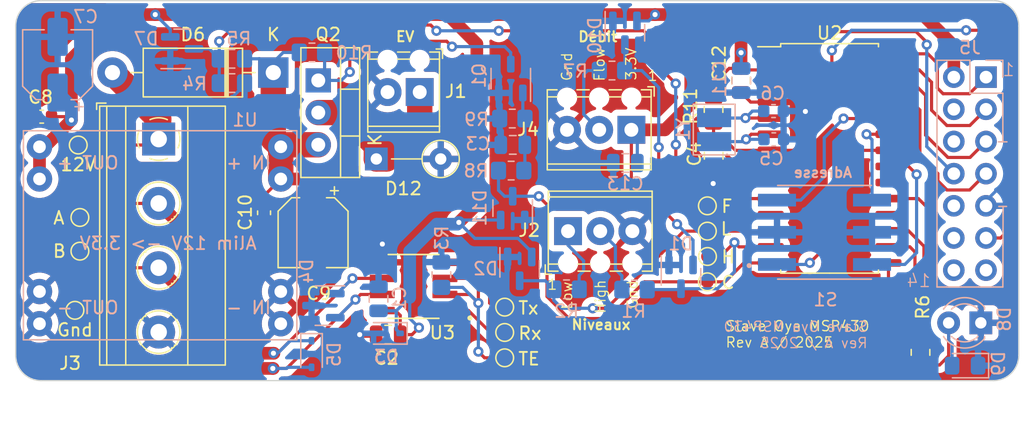
<source format=kicad_pcb>
(kicad_pcb (version 20221018) (generator pcbnew)
  (title_block (title "Esclave OYA MSP430") (date "2025-03-01") (rev "A") (company "BPC") (comment 1 "Technologie avec MSP430 / Petite carte") (comment 2 "Monitoring de tension d'alimentation") (comment 3 "1 sortie 12V/5A - 2 entrées TOR (niveaux) - 1 débimètre - 1 LED - RS485"))
  (layers (0 "F.Cu" signal) (31 "B.Cu" signal) (34 "B.Paste" user) (35 "F.Paste" user) (36 "B.SilkS" user "B.Silkscreen") (37 "F.SilkS" user "F.Silkscreen") (38 "B.Mask" user) (39 "F.Mask" user) (44 "Edge.Cuts" user))
  (net 0 "")
  (net 1 "GND")
  (net 2 "LVL_HIGH")
  (net 3 "LVL_LOW")
  (net 4 "BUS_A")
  (net 5 "BUS_B")
  (net 6 "POWER_12V")
  (net 7 "Net-(D6-A)")
  (net 8 "POW_MES")
  (net 9 "Net-(D8-A)")
  (net 10 "FLOW")
  (net 11 "Net-(J2-Pin_1)")
  (net 12 "Net-(J2-Pin_2)")
  (net 13 "Net-(J4-Pin_2)")
  (net 14 "RX")
  (net 15 "TX_EN")
  (net 16 "LED")
  (net 17 "A1")
  (net 18 "A2")
  (net 19 "A3")
  (net 20 "A4")
  (net 21 "TX")
  (net 23 "Net-(U2-XIN)")
  (net 24 "Net-(U2-XOUT)")
  (net 27 "+3.3V")
  (net 28 "Net-(Q1-B)")
  (net 29 "CMD_EV1")
  (net 30 "Net-(D12-K)")
  (net 31 "Net-(Q1-C)")
  (net 32 "TDI")
  (net 33 "TMS")
  (net 34 "TCK")
  (net 35 "TEST")
  (net 38 "Net-(J5-RST)")
  (net 39 "TDO")
  (footprint "TestPoint:TestPoint_Pad_D1.0mm" (layer "F.Cu") (at 168 105)
    (fp_text reference "TP2" hide)
    (fp_text value "L")
  )
  (footprint "Capacitor_SMD:C_0603_1608Metric" (layer "F.Cu") (at 133 103.55 -90)
    (fp_text reference "C10")
    (fp_text value "1nF")
  )
  (footprint "Capacitor_SMD:C_0805_2012Metric" (layer "F.Cu") (at 168.5 99.05 -90)
    (fp_text reference "C4")
    (fp_text value "1nF")
  )
  (footprint "TerminalBlock_Phoenix:TerminalBlock_Phoenix_MPT-0,5-3-2.54_1x03_P2.54mm_Horizontal" (layer "F.Cu") (at 157 105)
    (fp_text reference "J2")
    (fp_text value "Niveaux")
  )
  (footprint "bpc:BPC_MAX485E_SOIC127P600X175-8N" (layer "F.Cu") (at 144.805 109.365 180)
    (fp_text reference "U3")
    (fp_text value "MAX485E")
  )
  (footprint "Capacitor_SMD:C_0805_2012Metric" (layer "F.Cu") (at 142.8 113.17)
    (fp_text reference "C2")
    (fp_text value "100nF")
  )
  (footprint "TestPoint:TestPoint_Pad_D1.0mm" (layer "F.Cu") (at 152 113)
    (fp_text reference "TP3" hide)
    (fp_text value "Rx")
  )
  (footprint "Capacitor_SMD:CP_Elec_5x5.9" (layer "F.Cu") (at 136.87 105.12 -90)
    (fp_text reference "C9")
    (fp_text value "10µF")
  )
  (footprint "TerminalBlock_Phoenix:TerminalBlock_Phoenix_MPT-0,5-3-2.54_1x03_P2.54mm_Horizontal" (layer "F.Cu") (at 162 97 180)
    (fp_text reference "J4")
    (fp_text value "Débit")
  )
  (footprint "Capacitor_SMD:C_0805_2012Metric" (layer "F.Cu") (at 170.66 93.1 90)
    (fp_text reference "C12")
    (fp_text value "100nF")
  )
  (footprint "Package_TO_SOT_THT:TO-220-3_Vertical" (layer "F.Cu") (at 137.28 93.1 -90)
    (fp_text reference "Q2")
    (fp_text value "P03P4L-04")
  )
  (footprint "Package_SO:SOIC-28W_7.5x17.9mm_P1.27mm" (layer "F.Cu") (at 177.65 99.255)
    (fp_text reference "U2")
    (fp_text value "MSP430F1232IDW")
  )
  (footprint "Diode_THT:D_DO-15_P12.70mm_Horizontal" (layer "F.Cu") (at 133.73 92.48 180)
    (fp_text reference "D6")
    (fp_text value "SR560")
  )
  (footprint "TestPoint:TestPoint_Pad_D1.0mm" (layer "F.Cu") (at 118.07 111.25)
    (fp_text reference "TP9" hide)
    (fp_text value "Gnd")
  )
  (footprint "TestPoint:TestPoint_Pad_D1.0mm" (layer "F.Cu") (at 168 103)
    (fp_text reference "TP10" hide)
    (fp_text value "F")
  )
  (footprint "TestPoint:TestPoint_Pad_D1.0mm" (layer "F.Cu") (at 152 115)
    (fp_text reference "TP5" hide)
    (fp_text value "TE")
  )
  (footprint "TerminalBlock_Phoenix:TerminalBlock_Phoenix_MPT-0,5-2-2.54_1x02_P2.54mm_Horizontal" (layer "F.Cu") (at 145.29 94.02 180)
    (fp_text reference "J1")
    (fp_text value "EV1")
  )
  (footprint "Resistor_SMD:R_0805_2012Metric_Pad1.20x1.40mm_HandSolder" (layer "F.Cu") (at 168.49 95.39 90)
    (fp_text reference "R11")
    (fp_text value "100k")
  )
  (footprint "Resistor_SMD:R_0805_2012Metric_Pad1.20x1.40mm_HandSolder" (layer "F.Cu") (at 184.83 114.57 -90)
    (fp_text reference "R6")
    (fp_text value "220")
  )
  (footprint "TerminalBlock_Phoenix:TerminalBlock_Phoenix_MKDS-1,5-4-5.08_1x04_P5.08mm_Horizontal" (layer "F.Cu") (at 124.68 97.73 -90)
    (fp_text reference "J3")
    (fp_text value "POWER")
  )
  (footprint "Capacitor_SMD:C_0603_1608Metric" (layer "F.Cu") (at 115.445 95.96 180)
    (fp_text reference "C8")
    (fp_text value "1nF")
  )
  (footprint "TestPoint:TestPoint_Pad_D1.0mm" (layer "F.Cu") (at 118.46 106.58)
    (fp_text reference "TP6" hide)
    (fp_text value "B")
  )
  (footprint "TestPoint:TestPoint_Pad_D1.0mm" (layer "F.Cu") (at 118.33 98.2)
    (fp_text reference "TP8" hide)
    (fp_text value "12V")
  )
  (footprint "TestPoint:TestPoint_Pad_D1.0mm" (layer "F.Cu") (at 152 111)
    (fp_text reference "TP4" hide)
    (fp_text value "Tx")
  )
  (footprint "TestPoint:TestPoint_Pad_D1.0mm" (layer "F.Cu") (at 168 109)
    (fp_text reference "TP11" hide)
    (fp_text value "C")
  )
  (footprint "TestPoint:TestPoint_Pad_D1.0mm" (layer "F.Cu") (at 118.46 103.92)
    (fp_text reference "TP7" hide)
    (fp_text value "A")
  )
  (footprint "Diode_THT:D_A-405_P5.08mm_Vertical_KathodeUp" (layer "F.Cu") (at 141.865 99.3)
    (fp_text reference "D12")
    (fp_text value "1N4007G")
  )
  (footprint "TestPoint:TestPoint_Pad_D1.0mm" (layer "F.Cu") (at 168.01 107)
    (fp_text reference "TP1" hide)
    (fp_text value "H")
  )
  (footprint "bpc:BPC_SOT-23-3" (layer "B.Cu") (at 152.48 92.9525 90)
    (fp_text reference "Q1")
    (fp_text value "BPC_FMMT38C")
  )
  (footprint "Capacitor_SMD:CP_Elec_5x5.9" (layer "B.Cu") (at 116.7 91.86 90)
    (fp_text reference "C7")
    (fp_text value "10µF")
  )
  (footprint "Resistor_SMD:R_0805_2012Metric_Pad1.20x1.40mm_HandSolder" (layer "B.Cu") (at 130.46 91.39)
    (fp_text reference "R5")
    (fp_text value "100k")
  )
  (footprint "Capacitor_SMD:C_0805_2012Metric" (layer "B.Cu") (at 142.04 110.34 90)
    (fp_text reference "C1")
    (fp_text value "10µF")
  )
  (footprint "Package_TO_SOT_SMD:SOT-23" (layer "B.Cu") (at 153.18 107.9775 -90)
    (fp_text reference "D2")
    (fp_text value "BAV99")
  )
  (footprint "Resistor_SMD:R_0805_2012Metric_Pad1.20x1.40mm_HandSolder" (layer "B.Cu") (at 152.6 96.11 180)
    (fp_text reference "R9")
    (fp_text value "100k")
  )
  (footprint "bpc:BPC_PROG_MSP" (layer "B.Cu") (at 190 92.84 180)
    (fp_text reference "J5")
    (fp_text value "Prog MSP")
  )
  (footprint "Package_TO_SOT_SMD:SOT-23" (layer "B.Cu") (at 161.49 89.3375 -90)
    (fp_text reference "D10")
    (fp_text value "BAV99")
  )
  (footprint "Package_TO_SOT_SMD:SOT-23" (layer "B.Cu") (at 126.5325 90.61)
    (fp_text reference "D7")
    (fp_text value "BAV99")
  )
  (footprint "Package_TO_SOT_SMD:SOT-23" (layer "B.Cu") (at 152.63 103.1825 90)
    (fp_text reference "D11")
    (fp_text value "BAV99")
  )
  (footprint "Resistor_SMD:R_0805_2012Metric_Pad1.20x1.40mm_HandSolder" (layer "B.Cu") (at 136.78 90.89)
    (fp_text reference "R10")
    (fp_text value "100k")
  )
  (footprint "Diode_SMD:D_SOD-323" (layer "B.Cu") (at 136.75 114.7 -90)
    (fp_text reference "D5")
    (fp_text value "SD12_SOD323")
  )
  (footprint "Capacitor_SMD:C_0805_2012Metric" (layer "B.Cu") (at 161.52 99.62 180)
    (fp_text reference "C13")
    (fp_text value "100nF")
  )
  (footprint "Resistor_SMD:R_0805_2012Metric_Pad1.20x1.40mm_HandSolder" (layer "B.Cu") (at 156.88 109.59 180)
    (fp_text reference "R2")
    (fp_text value "100")
  )
  (footprint "LED_THT:LED_D3.0mm_FlatTop" (layer "B.Cu") (at 189.59 112.24 180)
    (fp_text reference "D8")
    (fp_text value "LED")
  )
  (footprint "Diode_SMD:D_SOD-323" (layer "B.Cu") (at 142.69 113.07 180)
    (fp_text reference "D3")
    (fp_text value "SD12_SOD323")
  )
  (footprint "bpc:BPC_RDS-16S-74385-SMT" (layer "B.Cu") (at 177.25 105.09)
    (fp_text reference "S1")
    (fp_text value "RDS-16S-74385-SMT" hide)
  )
  (footprint "Resistor_SMD:R_0805_2012Metric_Pad1.20x1.40mm_HandSolder" (layer "B.Cu") (at 147 108.44 90)
    (fp_text reference "R3")
    (fp_text value "100k")
  )
  (footprint "LED_SMD:LED_0805_2012Metric_Pad1.15x1.40mm_HandSolder" (layer "B.Cu") (at 188.3475 115.62 180)
    (fp_text reference "D9")
    (fp_text value "LED")
  )
  (footprint "Package_TO_SOT_SMD:SOT-23" (layer "B.Cu") (at 165.92 108.6075 -90)
    (fp_text reference "D1")
    (fp_text value "BAV99")
  )
  (footprint "Package_TO_SOT_SMD:SOT-23" (layer "B.Cu") (at 137.6875 110.88 180)
    (fp_text reference "D4")
    (fp_text value "SM712_SOT23")
  )
  (footprint "Capacitor_SMD:C_0805_2012Metric" (layer "B.Cu") (at 152.64 98.19 180)
    (fp_text reference "C3")
    (fp_text value "100nF")
  )
  (footprint "Resistor_SMD:R_0805_2012Metric_Pad1.20x1.40mm_HandSolder" (layer "B.Cu") (at 162.25 109.61)
    (fp_text reference "R1")
    (fp_text value "100")
  )
  (footprint "Capacitor_SMD:C_0603_1608Metric" (layer "B.Cu") (at 173.225 95.52 180)
    (fp_text reference "C6")
    (fp_text value "15pF")
  )
  (footprint "Resistor_SMD:R_0805_2012Metric_Pad1.20x1.40mm_HandSolder" (layer "B.Cu") (at 152.51 100.22)
    (fp_text reference "R8")
    (fp_text value "220")
  )
  (footprint "bpc:BPC_Alim3_3V" (layer "B.Cu") (at 134.32 98.34 180)
    (fp_text reference "U1")
    (fp_text value "BPC_Alim3_3V" hide)
  )
  (footprint "bpc:BPC_Quartz_8MHz" (layer "B.Cu") (at 168.54 96.98 -90)
    (fp_text reference "Y1")
    (fp_text value "8MHz")
  )
  (footprint "Resistor_SMD:R_0805_2012Metric_Pad1.20x1.40mm_HandSolder" (layer "B.Cu") (at 130.46 93.31 180)
    (fp_text reference "R4")
    (fp_text value "40k")
  )
  (footprint "Capacitor_SMD:C_0805_2012Metric" (layer "B.Cu") (at 170.68 93.11 90)
    (fp_text reference "C11")
    (fp_text value "1nF")
  )
  (footprint "Resistor_SMD:R_0805_2012Metric_Pad1.20x1.40mm_HandSolder" (layer "B.Cu") (at 160.47 92.32)
    (fp_text reference "R7")
    (fp_text value "100")
  )
  (footprint "Capacitor_SMD:C_0603_1608Metric" (layer "B.Cu") (at 173.245 97.75 180)
    (fp_text reference "C5")
    (fp_text value "15pF")
  )
  (gr_line locked (start 192.585786 114.8) (end 192.585786 88.8) (stroke (width 0.1)) (layer "Edge.Cuts"))
  (gr_arc locked (start 192.585786 114.8) (mid 192 116.214214) (end 190.585786 116.8) (stroke (width 0.1)) (layer "Edge.Cuts"))
  (gr_arc locked (start 115.39 116.8) (mid 113.975786 116.214214) (end 113.39 114.8) (stroke (width 0.1)) (layer "Edge.Cuts"))
  (gr_arc locked (start 113.39 88.8) (mid 113.975786 87.385786) (end 115.39 86.8) (stroke (width 0.1)) (layer "Edge.Cuts"))
  (gr_line locked (start 190.585786 86.8) (end 115.39 86.8) (stroke (width 0.1)) (layer "Edge.Cuts"))
  (gr_line locked (start 115.39 116.8) (end 190.585786 116.8) (stroke (width 0.1)) (layer "Edge.Cuts"))
  (gr_line locked (start 113.39 88.8) (end 113.39 114.8) (stroke (width 0.1)) (layer "Edge.Cuts"))
  (gr_arc locked (start 190.585786 86.8) (mid 192 87.385786) (end 192.585786 88.8) (stroke (width 0.1)) (layer "Edge.Cuts"))
  (gr_text "Slave Oya MSP430\nRev A / 2025" (at 180.71 114.3) (layer "B.SilkS") (effects (font (size 0.8 0.8) (thickness 0.1)) (justify left bottom mirror)))
  (gr_text "Adresse" (at 179.51 100.84) (layer "B.SilkS") (effects (font (size 0.8 0.8) (thickness 0.16) bold) (justify left bottom mirror)))
  (gr_text "Gnd" (at 162.56 111.19 90) (layer "F.SilkS") (effects (font (size 0.8 0.8) (thickness 0.1)) (justify left bottom)))
  (gr_text "1" (at 163.23 93.2) (layer "F.SilkS") (effects (font (size 0.8 0.8) (thickness 0.1)) (justify left bottom)))
  (gr_text "Low" (at 157.39 111.26 90) (layer "F.SilkS") (effects (font (size 0.8 0.8) (thickness 0.1)) (justify left bottom)))
  (gr_text "Flow" (at 159.95 93.24 90) (layer "F.SilkS") (effects (font (size 0.8 0.8) (thickness 0.1)) (justify left bottom)))
  (gr_text "1" (at 155.31 109.69) (layer "F.SilkS") (effects (font (size 0.8 0.8) (thickness 0.1)) (justify left bottom)))
  (gr_text "EV" (at 143.33 90.11) (layer "F.SilkS") (effects (font (size 0.8 0.8) (thickness 0.16) bold) (justify left bottom)))
  (gr_text "Slave Oya MSP430\nRev A / 2025" (at 169.38 114.25) (layer "F.SilkS") (effects (font (size 0.8 0.8) (thickness 0.1)) (justify left bottom)))
  (gr_text "Gnd" (at 157.38 93.21 90) (layer "F.SilkS") (effects (font (size 0.8 0.8) (thickness 0.1)) (justify left bottom)))
  (gr_text "Débit" (at 157.72 90.12) (layer "F.SilkS") (effects (font (size 0.8 0.8) (thickness 0.16) bold) (justify left bottom)))
  (gr_text "High" (at 160.03 111.57 90) (layer "F.SilkS") (effects (font (size 0.8 0.8) (thickness 0.1)) (justify left bottom)))
  (gr_text "3.3V" (at 162.45 93.16 90) (layer "F.SilkS") (effects (font (size 0.8 0.8) (thickness 0.1)) (justify left bottom)))
  (gr_text "Niveaux" (at 157.19 112.85) (layer "F.SilkS") (effects (font (size 0.8 0.8) (thickness 0.16) bold) (justify left bottom)))
  (segment (start 173 94.81) (end 171.42 94.81) (width 0.25) (layer "F.Cu") (net 1))
  (segment (start 175 94.81) (end 175.74 95.55) (width 0.25) (layer "F.Cu") (net 1))
  (segment (start 168.5 101.2) (end 168.46 101.24) (width 0.25) (layer "F.Cu") (net 1))
  (segment (start 168.5 100) (end 168.5 101.2) (width 0.25) (layer "F.Cu") (net 1))
  (segment (start 142.33 107.46) (end 142.33 106.03) (width 0.25) (layer "F.Cu") (net 1))
  (segment (start 142.33 106.03) (end 142.34 106.02) (width 0.25) (layer "F.Cu") (net 1))
  (segment (start 171.42 94.81) (end 170.66 94.05) (width 0.25) (layer "F.Cu") (net 1))
  (segment (start 141.85 113.17) (end 140.55 113.17) (width 0.25) (layer "F.Cu") (net 1))
  (segment (start 173 94.81) (end 175 94.81) (width 0.25) (layer "F.Cu") (net 1))
  (via (at 175.74 95.55) (size 0.8) (drill 0.4) (layers "F.Cu" "B.Cu") (net 1))
  (via (at 168.46 101.24) (size 0.8) (drill 0.4) (layers "F.Cu" "B.Cu") (net 1))
  (via (at 140.55 113.17) (size 0.8) (drill 0.4) (layers "F.Cu" "B.Cu") (net 1))
  (via (at 142.34 106.02) (size 0.8) (drill 0.4) (layers "F.Cu" "B.Cu") (net 1))
  (segment (start 131.46 93.31) (end 131.46 93.46) (width 0.25) (layer "B.Cu") (net 1))
  (segment (start 190 102.61) (end 190.77 101.84) (width 0.25) (layer "B.Cu") (net 1))
  (segment (start 190 103) (end 190 102.61) (width 0.25) (layer "B.Cu") (net 1))
  (segment (start 131.46 93.46) (end 130.52 94.4) (width 0.25) (layer "B.Cu") (net 1))
  (segment (start 169.03 107) (end 168.01 107) (width 0.25) (layer "F.Cu") (net 2))
  (segment (start 170.49 106.24) (end 170.14 105.89) (width 0.25) (layer "F.Cu") (net 2))
  (segment (start 173 106.24) (end 170.49 106.24) (width 0.25) (layer "F.Cu") (net 2))
  (segment (start 170.14 105.89) (end 169.03 107) (width 0.25) (layer "F.Cu") (net 2))
  (via (at 170.14 105.89) (size 0.8) (drill 0.4) (layers "F.Cu" "B.Cu") (net 2))
  (segment (start 163.25 109.61) (end 165.855 109.61) (width 0.25) (layer "B.Cu") (net 2))
  (segment (start 165.92 109.545) (end 168.795 109.545) (width 0.25) (layer "B.Cu") (net 2))
  (segment (start 170.14 108.2) (end 170.14 105.89) (width 0.25) (layer "B.Cu") (net 2))
  (segment (start 165.855 109.61) (end 165.92 109.545) (width 0.25) (layer "B.Cu") (net 2))
  (segment (start 168.795 109.545) (end 170.14 108.2) (width 0.25) (layer "B.Cu") (net 2))
  (segment (start 168 105) (end 166.14 105) (width 0.25) (layer "F.Cu") (net 3))
  (segment (start 172.97 105) (end 168 105) (width 0.25) (layer "F.Cu") (net 3))
  (segment (start 166.14 105) (end 160.05 111.09) (width 0.25) (layer "F.Cu") (net 3))
  (segment (start 173 104.97) (end 172.97 105) (width 0.25) (layer "F.Cu") (net 3))
  (segment (start 160.05 111.09) (end 158.95 111.09) (width 0.25) (layer "F.Cu") (net 3))
  (via (at 158.95 111.09) (size 0.8) (drill 0.4) (layers "F.Cu" "B.Cu") (net 3))
  (segment (start 155.88 109.59) (end 155.88 110.46) (width 0.25) (layer "B.Cu") (net 3))
  (segment (start 153.18 108.915) (end 155.205 108.915) (width 0.25) (layer "B.Cu") (net 3))
  (segment (start 155.205 108.915) (end 155.88 109.59) (width 0.25) (layer "B.Cu") (net 3))
  (segment (start 155.88 110.46) (end 156.51 111.09) (width 0.25) (layer "B.Cu") (net 3))
  (segment (start 156.51 111.09) (end 158.95 111.09) (width 0.25) (layer "B.Cu") (net 3))
  (segment (start 124.68 102.81) (end 129.42 107.55) (width 1) (layer "F.Cu") (net 4))
  (segment (start 129.42 107.55) (end 129.42 113.93) (width 1) (layer "F.Cu") (net 4))
  (segment (start 133.74 114.64) (end 133.78 114.64) (width 1) (layer "F.Cu") (net 4))
  (segment (start 129.42 113.93) (end 130.13 114.64) (width 1) (layer "F.Cu") (net 4))
  (segment (start 142.33 108.73) (end 139.98 108.73) (width 0.25) (layer "F.Cu") (net 4))
  (segment (start 139.98 108.73) (end 134.07 114.64) (width 0.25) (layer "F.Cu") (net 4))
  (segment (start 124.68 102.81) (end 119.57 102.81) (width 0.25) (layer "F.Cu") (net 4))
  (segment (start 134.07 114.64) (end 133.78 114.64) (width 0.25) (layer "F.Cu") (net 4))
  (segment (start 119.57 102.81) (end 118.46 103.92) (width 0.25) (layer "F.Cu") (net 4))
  (segment (start 130.13 114.64) (end 133.74 114.64) (width 1) (layer "F.Cu") (net 4))
  (via (at 139.98 108.73) (size 0.8) (drill 0.4) (layers "F.Cu" "B.Cu") (net 4))
  (via (at 133.74 114.64) (size 0.8) (drill 0.4) (layers "F.Cu" "B.Cu") (net 4))
  (segment (start 135.07 113.65) (end 136.75 113.65) (width 0.25) (layer "B.Cu") (net 4))
  (segment (start 134.08 114.64) (end 135.07 113.65) (width 0.25) (layer "B.Cu") (net 4))
  (segment (start 138.78 109.93) (end 139.98 108.73) (width 0.25) (layer "B.Cu") (net 4))
  (segment (start 138.625 109.93) (end 138.78 109.93) (width 0.25) (layer "B.Cu") (net 4))
  (segment (start 133.74 114.64) (end 134.08 114.64) (width 0.25) (layer "B.Cu") (net 4))
  (segment (start 124.68 107.89) (end 119.77 107.89) (width 0.25) (layer "F.Cu") (net 5))
  (segment (start 119.77 107.89) (end 118.46 106.58) (width 0.25) (layer "F.Cu") (net 5))
  (segment (start 134.78 115.84) (end 133.73 115.84) (width 0.25) (layer "F.Cu") (net 5))
  (segment (start 129.12 115.84) (end 133.69 115.84) (width 1) (layer "F.Cu") (net 5))
  (segment (start 133.69 115.84) (end 133.73 115.84) (width 1) (layer "F.Cu") (net 5))
  (segment (start 124.68 107.89) (end 127.71 110.92) (width 1) (layer "F.Cu") (net 5))
  (segment (start 140.215 110.405) (end 134.78 115.84) (width 0.25) (layer "F.Cu") (net 5))
  (segment (start 142.33 110) (end 140.62 110) (width 0.25) (layer "F.Cu") (net 5))
  (segment (start 127.71 110.92) (end 127.71 114.43) (width 1) (layer "F.Cu") (net 5))
  (segment (start 127.71 114.43) (end 129.12 115.84) (width 1) (layer "F.Cu") (net 5))
  (segment (start 140.62 110) (end 140.215 110.405) (width 0.25) (layer "F.Cu") (net 5))
  (via (at 133.69 115.84) (size 0.8) (drill 0.4) (layers "F.Cu" "B.Cu") (net 5))
  (via (at 140.215 110.405) (size 0.8) (drill 0.4) (layers "F.Cu" "B.Cu") (net 5))
  (segment (start 134.86 115.75) (end 136.75 115.75) (width 0.25) (layer "B.Cu") (net 5))
  (segment (start 133.69 115.84) (end 134.77 115.84) (width 0.25) (layer "B.Cu") (net 5))
  (segment (start 138.625 111.83) (end 138.79 111.83) (width 0.25) (layer "B.Cu") (net 5))
  (segment (start 134.77 115.84) (end 134.86 115.75) (width 0.25) (layer "B.Cu") (net 5))
  (segment (start 138.79 111.83) (end 140.215 110.405) (width 0.25) (layer "B.Cu") (net 5))
  (segment (start 133.73 92.48) (end 133.73 97.75) (width 2) (layer "F.Cu") (net 6))
  (segment (start 133 102.2) (end 134.32 100.88) (width 0.25) (layer "F.Cu") (net 6))
  (segment (start 133.73 97.75) (end 134.32 98.34) (width 2) (layer "F.Cu") (net 6))
  (segment (start 134.32 98.34) (end 134.32 100.88) (width 2) (layer "F.Cu") (net 6))
  (segment (start 134.48 98.18) (end 134.32 98.34) (width 2) (layer "F.Cu") (net 6))
  (segment (start 135.89 100.87) (end 135.88 100.88) (width 1) (layer "F.Cu") (net 6))
  (segment (start 133 102.775) (end 133 102.2) (width 0.25) (layer "F.Cu") (net 6))
  (segment (start 136.87 101.85) (end 135.89 100.87) (width 1) (layer "F.Cu") (net 6))
  (segment (start 136.87 102.92) (end 136.87 101.85) (width 1) (layer "F.Cu") (net 6))
  (segment (start 135.88 100.88) (end 134.32 100.88) (width 1) (layer "F.Cu") (net 6))
  (segment (start 137.28 98.18) (end 134.48 98.18) (width 2) (layer "F.Cu") (net 6))
  (segment (start 132.64 91.39) (end 133.73 92.48) (width 0.25) (layer "B.Cu") (net 6))
  (segment (start 133.73 91.67) (end 133.73 92.48) (width 0.25) (layer "B.Cu") (net 6))
  (segment (start 135.78 90.89) (end 134.51 90.89) (width 0.25) (layer "B.Cu") (net 6))
  (segment (start 131.46 91.39) (end 132.64 91.39) (width 0.25) (layer "B.Cu") (net 6))
  (segment (start 134.51 90.89) (end 133.73 91.67) (width 0.25) (layer "B.Cu") (net 6))
  (segment (start 118.33 98.2) (end 124.21 98.2) (width 0.25) (layer "F.Cu") (net 7))
  (segment (start 124.68 96.13) (end 121.03 92.48) (width 2) (layer "F.Cu") (net 7))
  (segment (start 124.68 97.73) (end 124.68 96.13) (width 2) (layer "F.Cu") (net 7))
  (segment (start 124.21 98.2) (end 124.68 97.73) (width 0.25) (layer "F.Cu") (net 7))
  (segment (start 167.965 101.965) (end 168.760305 101.965) (width 0.25) (layer "F.Cu") (net 8))
  (segment (start 130.745 88.725) (end 144.39 88.725) (width 0.25) (layer "F.Cu") (net 8))
  (segment (start 162.99 89.2) (end 162.99 89.18) (width 0.25) (layer "F.Cu") (net 8))
  (segment (start 151.53 89.18) (end 162.99 89.18) (width 0.25) (layer "F.Cu") (net 8))
  (segment (start 165.5 93.35) (end 163.74 91.59) (width 0.25) (layer "F.Cu") (net 8))
  (segment (start 165.51 98.17) (end 165.51 99.51) (width 0.25) (layer "F.Cu") (net 8))
  (segment (start 165.51 99.51) (end 167.965 101.965) (width 0.25) (layer "F.Cu") (net 8))
  (segment (start 163.74 91.59) (end 163.74 89.95) (width 0.25) (layer "F.Cu") (net 8))
  (segment (start 169.565305 101.16) (end 173 101.16) (width 0.25) (layer "F.Cu") (net 8))
  (segment (start 129.46 90.01) (end 130.745 88.725) (width 0.25) (layer "F.Cu") (net 8))
  (segment (start 163.74 89.95) (end 162.99 89.2) (width 0.25) (layer "F.Cu") (net 8))
  (segment (start 146.155 88.725) (end 146.61 89.18) (width 0.25) (layer "F.Cu") (net 8))
  (segment (start 168.760305 101.965) (end 169.565305 101.16) (width 0.25) (layer "F.Cu") (net 8))
  (segment (start 144.39 88.725) (end 146.155 88.725) (width 0.25) (layer "F.Cu") (net 8))
  (via (at 151.53 89.18) (size 0.8) (drill 0.4) (layers "F.Cu" "B.Cu") (net 8))
  (via (at 129.46 90.01) (size 0.8) (drill 0.4) (layers "F.Cu" "B.Cu") (net 8))
  (via (at 165.51 98.17) (size 0.8) (drill 0.4) (layers "F.Cu" "B.Cu") (net 8))
  (via (at 165.5 93.35) (size 0.8) (drill 0.4) (layers "F.Cu" "B.Cu") (net 8))
  (via (at 146.61 89.18) (size 0.8) (drill 0.4) (layers "F.Cu" "B.Cu") (net 8))
  (segment (start 165.5 93.35) (end 165.5 98.16) (width 0.25) (layer "B.Cu") (net 8))
  (segment (start 129.46 91.39) (end 129.46 90.01) (width 0.25) (layer "B.Cu") (net 8))
  (segment (start 146.61 89.18) (end 151.53 89.18) (width 0.25) (layer "B.Cu") (net 8))
  (segment (start 127.47 90.61) (end 128.68 90.61) (width 0.25) (layer "B.Cu") (net 8))
  (segment (start 128.68 90.61) (end 129.46 91.39) (width 0.25) (layer "B.Cu") (net 8))
  (segment (start 165.5 98.16) (end 165.51 98.17) (width 0.25) (layer "B.Cu") (net 8))
  (segment (start 129.46 91.39) (end 129.46 93.31) (width 0.25) (layer "B.Cu") (net 8))
  (segment (start 186.33 115.57) (end 187.05 114.85) (width 0.25) (layer "F.Cu") (net 9))
  (segment (start 187.05 114.85) (end 187.05 112.24) (width 0.25) (layer "F.Cu") (net 9))
  (segment (start 184.83 115.57) (end 186.33 115.57) (width 0.25) (layer "F.Cu") (net 9))
  (segment (start 187.3225 113.9125) (end 187.05 113.64) (width 0.25) (layer "B.Cu") (net 9))
  (segment (start 187.05 113.64) (end 187.05 112.24) (width 0.25) (layer "B.Cu") (net 9))
  (segment (start 187.3225 115.62) (end 187.3225 113.9125) (width 0.25) (layer "B.Cu") (net 9))
  (segment (start 164.16 99.94) (end 167.22 103) (width 0.25) (layer "F.Cu") (net 10))
  (segment (start 170.5 102.43) (end 169.93 103) (width 0.25) (layer "F.Cu") (net 10))
  (segment (start 167.22 103) (end 168 103) (width 0.25) (layer "F.Cu") (net 10))
  (segment (start 169.93 103) (end 168 103) (width 0.25) (layer "F.Cu") (net 10))
  (segment (start 164.16 98.38) (end 164.16 99.94) (width 0.25) (layer "F.Cu") (net 10))
  (segment (start 173 102.43) (end 170.5 102.43) (width 0.25) (layer "F.Cu") (net 10))
  (via (at 164.16 98.38) (size 0.8) (drill 0.4) (layers "F.Cu" "B.Cu") (net 10))
  (segment (start 164.16 93.66) (end 164.16 98.38) (width 0.25) (layer "B.Cu") (net 10))
  (segment (start 161.49 90.275) (end 161.49 92.3) (width 0.25) (layer "B.Cu") (net 10))
  (segment (start 161.49 92.3) (end 161.47 92.32) (width 0.25) (layer "B.Cu") (net 10))
  (segment (start 161.47 92.32) (end 162.82 92.32) (width 0.25) (layer "B.Cu") (net 10))
  (segment (start 162.82 92.32) (end 164.16 93.66) (width 0.25) (layer "B.Cu") (net 10))
  (segment (start 157.88 108.49) (end 158.23 108.14) (width 0.25) (layer "B.Cu") (net 11))
  (segment (start 157.88 109.59) (end 157.88 108.49) (width 0.25) (layer "B.Cu") (net 11))
  (segment (start 158.23 108.14) (end 158.23 107.34) (width 0.25) (layer "B.Cu") (net 11))
  (segment (start 157 106.11) (end 157 105) (width 0.25) (layer "B.Cu") (net 11))
  (segment (start 158.23 107.34) (end 157 106.11) (width 0.25) (layer "B.Cu") (net 11))
  (segment (start 161.25 109.61) (end 161.25 108.52) (width 0.25) (layer "B.Cu") (net 12))
  (segment (start 161.25 108.52) (end 160.74 108.01) (width 0.25) (layer "B.Cu") (net 12))
  (segment (start 160.74 106.2) (end 159.54 105) (width 0.25) (layer "B.Cu") (net 12))
  (segment (start 160.74 108.01) (end 160.74 106.2) (width 0.25) (layer "B.Cu") (net 12))
  (segment (start 158.24 95.78) (end 158.24 92.62) (width 0.25) (layer "B.Cu") (net 13))
  (segment (start 158.54 92.32) (end 158.24 92.62) (width 0.25) (layer "B.Cu") (net 13))
  (segment (start 159.47 92.32) (end 158.54 92.32) (width 0.25) (layer "B.Cu") (net 13))
  (segment (start 159.46 97) (end 158.24 95.78) (width 0.25) (layer "B.Cu") (net 13))
  (segment (start 184.39 106.64) (end 183.99 106.24) (width 0.25) (layer "F.Cu") (net 14))
  (segment (start 147.28 111.27) (end 149.14 111.27) (width 0.25) (layer "F.Cu") (net 14))
  (segment (start 149.14 111.27) (end 150.87 113) (width 0.25) (layer "F.Cu") (net 14))
  (segment (start 150.87 113) (end 152 113) (width 0.25) (layer "F.Cu") (net 14))
  (segment (start 179.288198 115.601802) (end 184.39 110.5) (width 0.25) (layer "F.Cu") (net 14))
  (segment (start 184.39 110.5) (end 184.39 106.64) (width 0.25) (layer "F.Cu") (net 14))
  (segment (start 157.138198 115.601802) (end 179.288198 115.601802) (width 0.25) (layer "F.Cu") (net 14))
  (segment (start 152 113) (end 154.536396 113) (width 0.25) (layer "F.Cu") (net 14))
  (segment (start 183.99 106.24) (end 182.3 106.24) (width 0.25) (layer "F.Cu") (net 14))
  (segment (start 154.536396 113) (end 157.138198 115.601802) (width 0.25) (layer "F.Cu") (net 14))
  (segment (start 156.951802 116.051802) (end 155.9 115) (width 0.25) (layer "F.Cu") (net 15))
  (segment (start 149.92 109.46) (end 149.92 110.68) (width 0.25) (layer "F.Cu") (net 15))
  (segment (start 185.1 110.74) (end 179.788198 116.051802) (width 0.25) (layer "F.Cu") (net 15))
  (segment (start 149.24 110) (end 147.28 110) (width 0.25) (layer "F.Cu") (net 15))
  (segment (start 183.88 104.97) (end 185.1 106.19) (width 0.25) (layer "F.Cu") (net 15))
  (segment (start 152 115) (end 150.41 115) (width 0.25) (layer "F.Cu") (net 15))
  (segment (start 150.41 115) (end 149.92 114.51) (width 0.25) (layer "F.Cu") (net 15))
  (segment (start 147.28 108.73) (end 149.19 108.73) (width 0.25) (layer "F.Cu") (net 15))
  (segment (start 155.9 115) (end 152 115) (width 0.25) (layer "F.Cu") (net 15))
  (segment (start 185.1 106.19) (end 185.1 110.74) (width 0.25) (layer "F.Cu") (net 15))
  (segment (start 149.19 108.73) (end 149.92 109.46) (width 0.25) (layer "F.Cu") (net 15))
  (segment (start 182.3 104.97) (end 183.88 104.97) (width 0.25) (layer "F.Cu") (net 15))
  (segment (start 179.788198 116.051802) (end 156.951802 116.051802) (width 0.25) (layer "F.Cu") (net 15))
  (segment (start 149.92 110.68) (end 149.24 110) (width 0.25) (layer "F.Cu") (net 15))
  (via (at 149.92 110.68) (size 0.8) (drill 0.4) (layers "F.Cu" "B.Cu") (net 15))
  (via (at 149.92 114.51) (size 0.8) (drill 0.4) (layers "F.Cu" "B.Cu") (net 15))
  (segment (start 147 109.44) (end 148.68 109.44) (width 0.25) (layer "B.Cu") (net 15))
  (segment (start 148.68 109.44) (end 149.92 110.68) (width 0.25) (layer "B.Cu") (net 15))
  (segment (start 149.92 114.51) (end 149.92 110.68) (width 0.25) (layer "B.Cu") (net 15))
  (segment (start 182.3 102.43) (end 184.66 102.43) (width 0.25) (layer "F.Cu") (net 16))
  (segment (start 185.75 103.52) (end 185.75 110.9) (width 0.25) (layer "F.Cu") (net 16))
  (segment (start 185.75 110.9) (end 184.8 111.85) (width 0.25) (layer "F.Cu") (net 16))
  (segment (start 184.8 113.54) (end 184.83 113.57) (width 0.25) (layer "F.Cu") (net 16))
  (segment (start 184.66 102.43) (end 185.75 103.52) (width 0.25) (layer "F.Cu") (net 16))
  (segment (start 184.8 111.85) (end 184.8 113.54) (width 0.25) (layer "F.Cu") (net 16))
  (segment (start 178.13 100.44) (end 178.13 105.46) (width 0.25) (layer "F.Cu") (net 17))
  (segment (start 179.95 98.62) (end 178.13 100.44) (width 0.25) (layer "F.Cu") (net 17))
  (segment (start 182.3 98.62) (end 179.95 98.62) (width 0.25) (layer "F.Cu") (net 17))
  (segment (start 178.13 105.46) (end 176.09 107.5) (width 0.25) (layer "F.Cu") (net 17))
  (via (at 176.09 107.5) (size 0.8) (drill 0.4) (layers "F.Cu" "B.Cu") (net 17))
  (segment (start 176.09 107.5) (end 175.96 107.63) (width 0.25) (layer "B.Cu") (net 17))
  (segment (start 175.96 107.63) (end 173.5 107.63) (width 0.25) (layer "B.Cu") (net 17))
  (segment (start 182.3 97.35) (end 180.57 97.35) (width 0.25) (layer "F.Cu") (net 18))
  (via (at 180.57 97.35) (size 0.8) (drill 0.4) (layers "F.Cu" "B.Cu") (net 18))
  (segment (start 180.57 97.35) (end 181 97.78) (width 0.25) (layer "B.Cu") (net 18))
  (segment (start 181 97.78) (end 181 102.55) (width 0.25) (layer "B.Cu") (net 18))
  (segment (start 182.27 96.11) (end 182.3 96.08) (width 0.25) (layer "F.Cu") (net 19))
  (segment (start 178.75 96.11) (end 182.27 96.11) (width 0.25) (layer "F.Cu") (net 19))
  (via (at 178.75 96.11) (size 0.8) (drill 0.4) (layers "F.Cu" "B.Cu") (net 19))
  (segment (start 177.23 100.69) (end 177.23 97.63) (width 0.25) (layer "B.Cu") (net 19))
  (segment (start 175.37 102.55) (end 177.23 100.69) (width 0.25) (layer "B.Cu") (net 19))
  (segment (start 177.23 97.63) (end 178.75 96.11) (width 0.25) (layer "B.Cu") (net 19))
  (segment (start 173.5 102.55) (end 175.37 102.55) (width 0.25) (layer "B.Cu") (net 19))
  (segment (start 182.3 99.89) (end 183.89 99.89) (width 0.25) (layer "F.Cu") (net 20))
  (segment (start 183.89 99.89) (end 184.52 100.52) (width 0.25) (layer "F.Cu") (net 20))
  (via (at 184.52 100.52) (size 0.8) (drill 0.4) (layers "F.Cu" "B.Cu") (net 20))
  (segment (start 184.52 100.52) (end 184.52 106.7) (width 0.25) (layer "B.Cu") (net 20))
  (segment (start 181 107.63) (end 183.59 107.63) (width 0.25) (layer "B.Cu") (net 20))
  (segment (start 183.59 107.63) (end 184.52 106.7) (width 0.25) (layer "B.Cu") (net 20))
  (segment (start 182.3 111.92) (end 179.068198 115.151802) (width 0.25) (layer "F.Cu") (net 21))
  (segment (start 182.3 107.51) (end 182.3 111.92) (width 0.25) (layer "F.Cu") (net 21))
  (segment (start 179.068198 115.151802) (end 157.324594 115.151802) (width 0.25) (layer "F.Cu") (net 21))
  (segment (start 147.28 107.46) (end 149.21 107.46) (width 0.25) (layer "F.Cu") (net 21))
  (segment (start 153.172792 111) (end 152 111) (width 0.25) (layer "F.Cu") (net 21))
  (segment (start 150.81 110.68) (end 151.13 111) (width 0.25) (layer "F.Cu") (net 21))
  (segment (start 150.81 109.06) (end 150.81 110.68) (width 0.25) (layer "F.Cu") (net 21))
  (segment (start 149.21 107.46) (end 150.81 109.06) (width 0.25) (layer "F.Cu") (net 21))
  (segment (start 157.324594 115.151802) (end 153.172792 111) (width 0.25) (layer "F.Cu") (net 21))
  (segment (start 151.13 111) (end 152 111) (width 0.25) (layer "F.Cu") (net 21))
  (segment (start 173 97.35) (end 171.46 97.35) (width 0.25) (layer "F.Cu") (net 23))
  (segment (start 171.46 97.35) (end 171.06 97.75) (width 0.25) (layer "F.Cu") (net 23))
  (via (at 171.06 97.75) (size 0.8) (drill 0.4) (layers "F.Cu" "B.Cu") (net 23))
  (segment (start 171.06 97.75) (end 170.88 97.93) (width 0.25) (layer "B.Cu") (net 23))
  (segment (start 170.88 97.93) (end 168.54 97.93) (width 0.25) (layer "B.Cu") (net 23))
  (segment (start 172.47 97.75) (end 171.06 97.75) (width 0.25) (layer "B.Cu") (net 23))
  (segment (start 171.01 96.07) (end 172.99 96.07) (width 0.25) (layer "F.Cu") (net 24))
  (segment (start 172.99 96.07) (end 173 96.08) (width 0.25) (layer "F.Cu") (net 24))
  (via (at 171.01 96.07) (size 0.8) (drill 0.4) (layers "F.Cu" "B.Cu") (net 24))
  (segment (start 171.01 96.07) (end 168.56 96.07) (width 0.25) (layer "B.Cu") (net 24))
  (segment (start 168.56 96.07) (end 168.53 96.04) (width 0.25) (layer "B.Cu") (net 24))
  (segment (start 171.56 95.52) (end 171.01 96.07) (width 0.25) (layer "B.Cu") (net 24))
  (segment (start 172.45 95.52) (end 171.56 95.52) (width 0.25) (layer "B.Cu") (net 24))
  (segment (start 142.33 111.27) (end 143.37 111.27) (width 0.25) (layer "F.Cu") (net 27))
  (segment (start 162 100.84) (end 162 97) (width 0.25) (layer "F.Cu") (net 27))
  (segment (start 170.66 92.15) (end 170.66 90.91) (width 1) (layer "F.Cu") (net 27))
  (segment (start 165.44 87.9) (end 169.03 87.9) (width 1) (layer "F.Cu") (net 27))
  (segment (start 115.27 100.88) (end 115.27 98.34) (width 1) (layer "F.Cu") (net 27))
  (segment (start 163.87 87.9) (end 165.44 87.9) (width 1) (layer "F.Cu") (net 27))
  (segment (start 187.46 90.37) (end 187.46 92.84) (width 1) (layer "F.Cu") (net 27))
  (segment (start 124.41 87.9) (end 146.94 87.9) (width 1) (layer "F.Cu") (net 27))
  (segment (start 169.03 87.9) (end 184.99 87.9) (width 1) (layer "F.Cu") (net 27))
  (segment (start 146.94 87.9) (end 147.49 87.9) (width 1) (layer "F.Cu") (net 27))
  (segment (start 143.75 111.65) (end 143.75 113.17) (width 0.25) (layer "F.Cu") (net 27))
  (segment (start 162 97) (end 164.65 97) (width 1) (layer "F.Cu") (net 27))
  (segment (start 143.37 111.27) (end 143.75 111.65) (width 0.25) (layer "F.Cu") (net 27))
  (segment (start 184.99 87.9) (end 187.46 90.37) (width 1) (layer "F.Cu") (net 27))
  (segment (start 170.66 89.53) (end 169.03 87.9) (width 1) (layer "F.Cu") (net 27))
  (segment (start 149.8 90.21) (end 149.8 102.89) (width 1) (layer "F.Cu") (net 27))
  (segment (start 166.69 89.15) (end 165.44 87.9) (width 1) (layer "F.Cu") (net 27))
  (segment (start 117.79 96.23) (end 117.79 91.41) (width 1) (layer "F.Cu") (net 27))
  (segment (start 173 92.27) (end 170.78 92.27) (width 0.25) (layer "F.Cu") (net 27))
  (segment (start 170.78 92.27) (end 170.66 92.15) (width 0.25) (layer "F.Cu") (net 27))
  (segment (start 165.61 104.45) (end 162 100.84) (width 0.25) (layer "F.Cu") (net 27))
  (segment (start 169.72 92.15) (end 170.66 92.15) (width 0.25) (layer "F.Cu") (net 27))
  (segment (start 168.49 93.38) (end 169.72 92.15) (width 0.25) (layer "F.Cu") (net 27))
  (segment (start 166.69 94.96) (end 166.69 89.15) (width 1) (layer "F.Cu") (net 27))
  (segment (start 144.68 113.17) (end 145.23 112.62) (width 0.25) (layer "F.Cu") (net 27))
  (segment (start 117.52 95.96) (end 117.79 96.23) (width 0.25) (layer "F.Cu") (net 27))
  (segment (start 121.3 87.9) (end 124.41 87.9) (width 1) (layer "F.Cu") (net 27))
  (segment (start 164.65 97) (end 166.69 94.96) (width 1) (layer "F.Cu") (net 27))
  (segment (start 168.49 94.39) (end 168.49 93.38) (width 0.25) (layer "F.Cu") (net 27))
  (segment (start 146.94 87.9) (end 163.87 87.9) (width 1) (layer "F.Cu") (net 27))
  (segment (start 147.49 87.9) (end 149.8 90.21) (width 1) (layer "F.Cu") (net 27))
  (segment (start 115.27 98.34) (end 115.68 98.34) (width 1) (layer "F.Cu") (net 27))
  (segment (start 117.79 91.41) (end 121.3 87.9) (width 1) (layer "F.Cu") (net 27))
  (segment (start 143.75 113.17) (end 144.68 113.17) (width 0.25) (layer "F.Cu") (net 27))
  (segment (start 116.22 95.96) (end 117.52 95.96) (width 0.25) (layer "F.Cu") (net 27))
  (segment (start 170.66 90.91) (end 170.66 89.53) (width 1) (layer "F.Cu") (net 27))
  (segment (start 115.68 98.34) (end 117.79 96.23) (width 1) (layer "F.Cu") (net 27))
  (segment (start 149.8 102.89) (end 148.38 104.31) (width 1) (layer "F.Cu") (net 27))
  (via (at 124.41 87.9) (size 0.8) (drill 0.4) (layers "F.Cu" "B.Cu") (net 27))
  (via (at 165.61 104.45) (size 0.8) (drill 0.4) (layers "F.Cu" "B.Cu") (net 27))
  (via (at 163.87 87.9) (size 0.8) (drill 0.4) (layers "F.Cu" "B.Cu") (net 27))
  (via (at 170.66 90.91) (size 0.8) (drill 0.4) (layers "F.Cu" "B.Cu") (net 27))
  (via (at 148.38 104.31) (size 0.8) (drill 0.4) (layers "F.Cu" "B.Cu") (net 27))
  (via (at 145.23 112.62) (size 0.8) (drill 0.4) (layers "F.Cu" "B.Cu") (net 27))
  (via (at 117.79 96.23) (size 0.8) (drill 0.4) (layers "F.Cu" "B.Cu") (net 27))
  (segment (start 143.44 112.77) (end 143.44 111.29) (width 0.25) (layer "B.Cu") (net 27))
  (segment (start 162.47 97.47) (end 162 97) (width 0.25) (layer "B.Cu") (net 27))
  (segment (start 162.47 99.62) (end 162.47 97.47) (width 0.25) (layer "B.Cu") (net 27))
  (segment (start 163.37 88.4) (end 163.87 87.9) (width 0.25) (layer "B.Cu") (net 27))
  (segment (start 144.5 106.59) (end 144.5 110.23) (width 1) (layer "B.Cu") (net 27))
  (segment (start 154.13 106.65) (end 153.05 105.57) (width 0.25) (layer "B.Cu") (net 27))
  (segment (start 151.68 104.12) (end 148.57 104.12) (width 0.25) (layer "B.Cu") (net 27))
  (segment (start 143.44 111.29) (end 144.5 110.23) (width 0.25) (layer "B.Cu") (net 27))
  (segment (start 148.38 104.31) (end 148.24 104.45) (width 1) (layer "B.Cu") (net 27))
  (segment (start 170.68 92.16) (end 170.68 90.93) (width 0.25) (layer "B.Cu") (net 27))
  (segment (start 148.24 104.45) (end 146.64 104.45) (width 1) (layer "B.Cu") (net 27))
  (segment (start 148.57 104.12) (end 148.38 104.31) (width 0.25) (layer "B.Cu") (net 27))
  (segment (start 154.13 107.04) (end 154.13 106.65) (width 0.25) (layer "B.Cu") (net 27))
  (segment (start 149.64 105.57) (end 148.38 104.31) (width 0.25) (layer "B.Cu") (net 27))
  (segment (start 146.64 104.45) (end 144.5 106.59) (width 1) (layer "B.Cu") (net 27))
  (segment (start 170.68 90.93) (end 170.66 90.91) (width 0.25) (layer "B.Cu") (net 27))
  (segment (start 117.79 95.15) (end 116.7 94.06) (width 1) (layer "B.Cu") (net 27))
  (segment (start 144.5 111.89) (end 144.5 110.23) (width 0.25) (layer "B.Cu") (net 27))
  (segment (start 117.79 96.23) (end 117.79 95.15) (width 1) (layer "B.Cu") (net 27))
  (segment (start 125.595 89.66) (end 125.595 89.085) (width 0.25) (layer "B.Cu") (net 27))
  (segment (start 142.04 111.29) (end 143.44 111.29) (width 0.25) (layer "B.Cu") (net 27))
  (segment (start 166.87 107.67) (end 166.87 105.71) (width 0.25) (layer "B.Cu") (net 27))
  (segment (start 153.05 105.57) (end 149.64 105.57) (width 0.25) (layer "B.Cu") (net 27))
  (segment (start 162.44 88.4) (end 163.37 88.4) (width 0.25) (layer "B.Cu") (net 27))
  (segment (start 166.87 105.71) (end 165.61 104.45) (width 0.25) (layer "B.Cu") (net 27))
  (segment (start 143.74 113.07) (end 143.44 112.77) (width 0.25) (layer "B.Cu") (net 27))
  (segment (start 145.23 112.62) (end 144.5 111.89) (width 0.25) (layer "B.Cu") (net 27))
  (segment (start 125.595 89.085) (end 124.41 87.9) (width 0.25) (layer "B.Cu") (net 27))
  (segment (start 153.43 95.94) (end 153.6 96.11) (width 0.25) (layer "B.Cu") (net 28))
  (segment (start 153.59 98.19) (end 153.59 100.14) (width 0.25) (layer "B.Cu") (net 28))
  (segment (start 153.59 100.14) (end 153.51 100.22) (width 0.25) (layer "B.Cu") (net 28))
  (segment (start 153.6 98.18) (end 153.59 98.19) (width 0.25) (layer "B.Cu") (net 28))
  (segment (start 153.6 96.11) (end 153.6 98.18) (width 0.25) (layer "B.Cu") (net 28))
  (segment (start 153.43 94.09) (end 153.43 95.94) (width 0.25) (layer "B.Cu") (net 28))
  (segment (start 170.88 107.51) (end 169.39 109) (width 0.25) (layer "F.Cu") (net 29))
  (segment (start 154.69 102.245) (end 154.69 102.26) (width 0.25) (layer "F.Cu") (net 29))
  (segment (start 163.04 109) (end 168 109) (width 0.25) (layer "F.Cu") (net 29))
  (segment (start 157.08 111.9) (end 159.88 111.9) (width 0.25) (layer "F.Cu") (net 29))
  (segment (start 155.34 102.91) (end 155.34 110.16) (width 0.25) (layer "F.Cu") (net 29))
  (segment (start 154.69 102.26) (end 155.34 102.91) (width 0.25) (layer "F.Cu") (net 29))
  (segment (start 173 107.51) (end 170.88 107.51) (width 0.25) (layer "F.Cu") (net 29))
  (segment (start 160.14 111.9) (end 163.04 109) (width 0.25) (layer "F.Cu") (net 29))
  (segment (start 155.34 110.16) (end 157.08 111.9) (width 0.25) (layer "F.Cu") (net 29))
  (segment (start 169.39 109) (end 168 109) (width 0.25) (layer "F.Cu") (net 29))
  (segment (start 159.88 111.9) (end 160.14 111.9) (width 0.25) (layer "F.Cu") (net 29))
  (via (at 154.69 102.245) (size 0.8) (drill 0.4) (layers "F.Cu" "B.Cu") (net 29))
  (segment (start 151.985 102.245) (end 151.51 101.77) (width 0.25) (layer "B.Cu") (net 29))
  (segment (start 152.63 102.245) (end 151.985 102.245) (width 0.25) (layer "B.Cu") (net 29))
  (segment (start 151.51 101.77) (end 151.51 100.22) (width 0.25) (layer "B.Cu") (net 29))
  (segment (start 152.63 102.245) (end 154.69 102.245) (width 0.25) (layer "B.Cu") (net 29))
  (segment (start 137.28 95.64) (end 139.26 95.64) (width 2) (layer "F.Cu") (net 30))
  (segment (start 141.865 99.3) (end 142.67 99.3) (width 2) (layer "F.Cu") (net 30))
  (segment (start 142.67 99.3) (end 145.29 96.68) (width 2) (layer "F.Cu") (net 30))
  (segment (start 145.29 96.68) (end 145.29 94.02) (width 2) (layer "F.Cu") (net 30))
  (segment (start 141.865 98.245) (end 141.865 99.3) (width 2) (layer "F.Cu") (net 30))
  (segment (start 139.26 95.64) (end 141.865 98.245) (width 2) (layer "F.Cu") (net 30))
  (segment (start 147.42 90.01) (end 147.84 90.43) (width 0.25) (layer "F.Cu") (net 31))
  (segment (start 139.77 90.94) (end 140.7 90.01) (width 0.25) (layer "F.Cu") (net 31))
  (segment (start 139.77 92.43) (end 139.77 90.94) (width 0.25) (layer "F.Cu") (net 31))
  (segment (start 140.7 90.01) (end 147.42 90.01) (width 0.25) (layer "F.Cu") (net 31))
  (via (at 147.84 90.43) (size 0.8) (drill 0.4) (layers "F.Cu" "B.Cu") (net 31))
  (via (at 139.77 92.43) (size 0.8) (drill 0.4) (layers "F.Cu" "B.Cu") (net 31))
  (segment (start 137.78 92.6) (end 137.28 93.1) (width 0.25) (layer "B.Cu") (net 31))
  (segment (start 152 90.43) (end 152.47 90.9) (width 0.25) (layer "B.Cu") (net 31))
  (segment (start 137.78 90.89) (end 137.78 92.6) (width 0.25) (layer "B.Cu") (net 31))
  (segment (start 139.1 93.1) (end 139.77 92.43) (width 0.25) (layer "B.Cu") (net 31))
  (segment (start 152.47 90.9) (end 152.47 91.805) (width 0.25) (layer "B.Cu") (net 31))
  (segment (start 152.47 91.805) (end 152.48 91.815) (width 0.25) (layer "B.Cu") (net 31))
  (segment (start 147.84 90.43) (end 152 90.43) (width 0.25) (layer "B.Cu") (net 31))
  (segment (start 137.28 93.1) (end 139.1 93.1) (width 0.25) (layer "B.Cu") (net 31))
  (segment (start 185.7 95.45) (end 186.91 96.66) (width 0.25) (layer "F.Cu") (net 32))
  (segment (start 184.73 92.27) (end 185.7 93.24) (width 0.25) (layer "F.Cu") (net 32))
  (segment (start 185.7 93.24) (end 185.7 95.45) (width 0.25) (layer "F.Cu") (net 32))
  (segment (start 188.72 96.66) (end 190 95.38) (width 0.25) (layer "F.Cu") (net 32))
  (segment (start 182.3 92.27) (end 184.73 92.27) (width 0.25) (layer "F.Cu") (net 32))
  (segment (start 186.91 96.66) (end 188.72 96.66) (width 0.25) (layer "F.Cu") (net 32))
  (segment (start 185.23 94.28) (end 184.49 93.54) (width 0.25) (layer "F.Cu") (net 33))
  (segment (start 190 97.92) (end 188.74 99.18) (width 0.25) (layer "F.Cu") (net 33))
  (segment (start 186.99 99.18) (end 185.23 97.42) (width 0.25) (layer "F.Cu") (net 33))
  (segment (start 185.23 97.42) (end 185.23 94.28) (width 0.25) (layer "F.Cu") (net 33))
  (segment (start 188.74 99.18) (end 186.99 99.18) (width 0.25) (layer "F.Cu") (net 33))
  (segment (start 184.49 93.54) (end 182.3 93.54) (width 0.25) (layer "F.Cu") (net 33))
  (segment (start 184.78 95.44) (end 184.15 94.81) (width 0.25) (layer "F.Cu") (net 34))
  (segment (start 186.2 101.03) (end 186.92 101.75) (width 0.25) (layer "F.Cu") (net 34))
  (segment (start 190 100.46) (end 188.71 101.75) (width 0.25) (layer "F.Cu") (net 34))
  (segment (start 184.15 94.81) (end 182.3 94.81) (width 0.25) (layer "F.Cu") (net 34))
  (segment (start 188.71 101.75) (end 186.92 101.75) (width 0.25) (layer "F.Cu") (net 34))
  (segment (start 186.2 100.46) (end 186.2 101.03) (width 0.25) (layer "F.Cu") (net 34))
  (segment (start 184.78 99.04) (end 184.78 95.44) (width 0.25) (layer "F.Cu") (net 34))
  (segment (start 184.78 99.04) (end 186.2 100.46) (width 0.25) (layer "F.Cu") (net 34))
  (segment (start 173 90.03) (end 173 91) (width 0.25) (layer "F.Cu") (net 35))
  (segment (start 184.48 89.25) (end 173.78 89.25) (width 0.25) (layer "F.Cu") (net 35))
  (segment (start 185.32169 90.2755) (end 185.32169 90.09169) (width 0.25) (layer "F.Cu") (net 35))
  (segment (start 185.32169 90.09169) (end 184.48 89.25) (width 0.25) (layer "F.Cu") (net 35))
  (segment (start 173.78 89.25) (end 173 90.03) (width 0.25) (layer "F.Cu") (net 35))
  (via (at 185.32169 90.2755) (size 0.8) (drill 0.4) (layers "F.Cu" "B.Cu") (net 35))
  (segment (start 185.32169 98.32169) (end 185.32169 90.2755) (width 0.25) (layer "B.Cu") (net 35))
  (segment (start 187.46 100.46) (end 185.32169 98.32169) (width 0.25) (layer "B.Cu") (net 35))
  (segment (start 191.78 90.63) (end 191.78 104.91) (width 0.25) (layer "F.Cu") (net 38))
  (segment (start 168.49 98.09) (end 168.5 98.1) (width 0.25) (layer "F.Cu") (net 38))
  (segment (start 191.13 105.54) (end 190 105.54) (width 0.25) (layer "F.Cu") (net 38))
  (segment (start 188.43 89.14) (end 190.29 89.14) (width 0.25) (layer "F.Cu") (net 38))
  (segment (start 174.8 98.62) (end 177.83 95.59) (width 0.25) (layer "F.Cu") (net 38))
  (segment (start 170.22 98.62) (end 169.7 98.1) (width 0.25) (layer "F.Cu") (net 38))
  (segment (start 191.78 104.91) (end 191.14 105.55) (width 0.25) (layer "F.Cu") (net 38))
  (segment (start 168.49 96.39) (end 168.49 98.09) (width 0.25) (layer "F.Cu") (net 38))
  (segment (start 173 98.62) (end 170.22 98.62) (width 0.25) (layer "F.Cu") (net 38))
  (segment (start 190.29 89.14) (end 191.78 90.63) (width 0.25) (layer "F.Cu") (net 38))
  (segment (start 169.7 98.1) (end 168.5 98.1) (width 0.25) (layer "F.Cu") (net 38))
  (segment (start 173 98.62) (end 174.8 98.62) (width 0.25) (layer "F.Cu") (net 38))
  (segment (start 191.14 105.55) (end 191.13 105.54) (width 0.25) (layer "F.Cu") (net 38))
  (segment (start 177.83 95.59) (end 177.83 90.73) (width 0.25) (layer "F.Cu") (net 38))
  (via (at 188.43 89.14) (size 0.8) (drill 0.4) (layers "F.Cu" "B.Cu") (net 38))
  (via (at 177.83 90.73) (size 0.8) (drill 0.4) (layers "F.Cu" "B.Cu") (net 38))
  (segment (start 177.83 90.73) (end 177.83 90.69) (width 0.25) (layer "B.Cu") (net 38))
  (segment (start 177.83 90.69) (end 179.38 89.14) (width 0.25) (layer "B.Cu") (net 38))
  (segment (start 179.38 89.14) (end 188.43 89.14) (width 0.25) (layer "B.Cu") (net 38))
  (segment (start 182.3 91) (end 185.41 91) (width 0.25) (layer "F.Cu") (net 39))
  (segment (start 186.61 94.15) (end 188.69 94.15) (width 0.25) (layer "F.Cu") (net 39))
  (segment (start 186.16 93.7) (end 186.61 94.15) (width 0.25) (layer "F.Cu") (net 39))
  (segment (start 185.41 91) (end 186.16 91.75) (width 0.25) (layer "F.Cu") (net 39))
  (segment (start 186.16 91.75) (end 186.16 93.7) (width 0.25) (layer "F.Cu") (net 39))
  (segment (start 188.69 94.15) (end 190 92.84) (width 0.25) (layer "F.Cu") (net 39))
  (zone (net 1) (net_name "GND") (layers "F&B.Cu") (connect_pads (clearance 0.5)) (min_thickness 0.25) (fill yes (thermal_gap 0.5) (thermal_bridge_width 0.5))
    (polygon (pts (xy 113 87) (xy 193 87) (xy 193 117) (xy 113 117)))
  )
)
</source>
